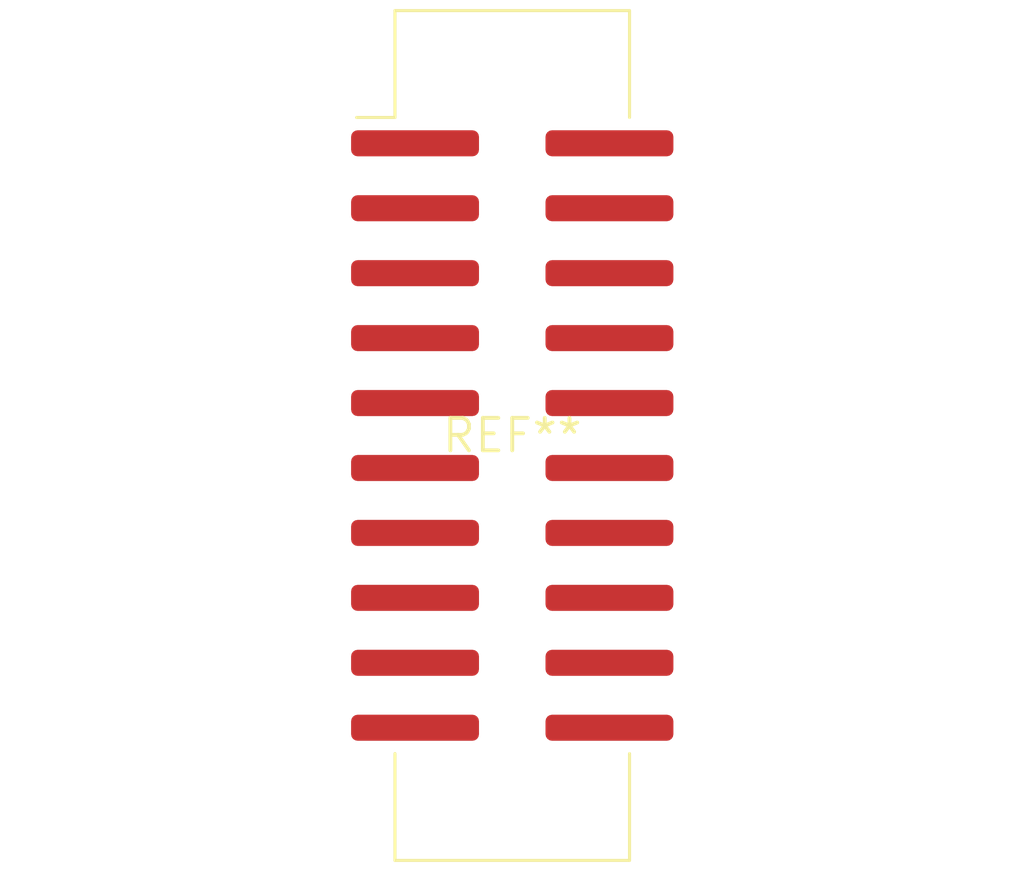
<source format=kicad_pcb>
(kicad_pcb (version 20240108) (generator pcbnew)
  (layers (0 "F.Cu" signal) (31 "B.Cu" signal) (34 "B.Paste" user) (35 "F.Paste" user) (36 "B.SilkS" user "B.Silkscreen") (37 "F.SilkS" user "F.Silkscreen") (38 "B.Mask" user) (39 "F.Mask" user) (44 "Edge.Cuts" user))
  (net 0 "")
  (footprint "IDC-Header_2x10_P2.54mm_Vertical_SMD" (layer "F.Cu") (at 0 0)
    (property "Reference" "REF**")
    (property "Value" "IDC-Header_2x10_P2.54mm_Vertical_SMD")
    (fp_line (start -4.585 -16.62) (end 4.585 -16.62) (layer "F.SilkS") (stroke (width 0.12)))
    (fp_line (start -4.585 -12.44) (end -6.085 -12.44) (layer "F.SilkS") (stroke (width 0.12)))
    (fp_line (start -4.585 -12.44) (end -4.585 -16.62) (layer "F.SilkS") (stroke (width 0.12)))
    (fp_line (start -4.585 12.44) (end -4.585 16.62) (layer "F.SilkS") (stroke (width 0.12)))
    (fp_line (start -4.585 16.62) (end 4.585 16.62) (layer "F.SilkS") (stroke (width 0.12)))
    (fp_line (start 4.585 -16.62) (end 4.585 -12.44) (layer "F.SilkS") (stroke (width 0.12)))
    (fp_line (start 4.585 16.62) (end 4.585 12.44) (layer "F.SilkS") (stroke (width 0.12)))
    (pad "1" smd roundrect (at -3.8 -11.43) (size 5 1.02) (layers "F.Cu" "F.Paste" "F.Mask"))
    (pad "2" smd roundrect (at 3.8 -11.43) (size 5 1.02) (layers "F.Cu" "F.Paste" "F.Mask"))
    (pad "3" smd roundrect (at -3.8 -8.89) (size 5 1.02) (layers "F.Cu" "F.Paste" "F.Mask"))
    (pad "4" smd roundrect (at 3.8 -8.89) (size 5 1.02) (layers "F.Cu" "F.Paste" "F.Mask"))
    (pad "5" smd roundrect (at -3.8 -6.35) (size 5 1.02) (layers "F.Cu" "F.Paste" "F.Mask"))
    (pad "6" smd roundrect (at 3.8 -6.35) (size 5 1.02) (layers "F.Cu" "F.Paste" "F.Mask"))
    (pad "7" smd roundrect (at -3.8 -3.81) (size 5 1.02) (layers "F.Cu" "F.Paste" "F.Mask"))
    (pad "8" smd roundrect (at 3.8 -3.81) (size 5 1.02) (layers "F.Cu" "F.Paste" "F.Mask"))
    (pad "9" smd roundrect (at -3.8 -1.27) (size 5 1.02) (layers "F.Cu" "F.Paste" "F.Mask"))
    (pad "10" smd roundrect (at 3.8 -1.27) (size 5 1.02) (layers "F.Cu" "F.Paste" "F.Mask"))
    (pad "11" smd roundrect (at -3.8 1.27) (size 5 1.02) (layers "F.Cu" "F.Paste" "F.Mask"))
    (pad "12" smd roundrect (at 3.8 1.27) (size 5 1.02) (layers "F.Cu" "F.Paste" "F.Mask"))
    (pad "13" smd roundrect (at -3.8 3.81) (size 5 1.02) (layers "F.Cu" "F.Paste" "F.Mask"))
    (pad "14" smd roundrect (at 3.8 3.81) (size 5 1.02) (layers "F.Cu" "F.Paste" "F.Mask"))
    (pad "15" smd roundrect (at -3.8 6.35) (size 5 1.02) (layers "F.Cu" "F.Paste" "F.Mask"))
    (pad "16" smd roundrect (at 3.8 6.35) (size 5 1.02) (layers "F.Cu" "F.Paste" "F.Mask"))
    (pad "17" smd roundrect (at -3.8 8.89) (size 5 1.02) (layers "F.Cu" "F.Paste" "F.Mask"))
    (pad "18" smd roundrect (at 3.8 8.89) (size 5 1.02) (layers "F.Cu" "F.Paste" "F.Mask"))
    (pad "19" smd roundrect (at -3.8 11.43) (size 5 1.02) (layers "F.Cu" "F.Paste" "F.Mask"))
    (pad "20" smd roundrect (at 3.8 11.43) (size 5 1.02) (layers "F.Cu" "F.Paste" "F.Mask"))
  )
)
</source>
